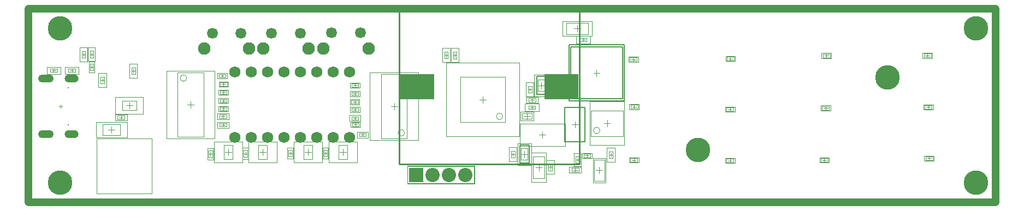
<source format=gbs>
G04*
G04 #@! TF.GenerationSoftware,Altium Limited,CircuitMaker,2.3.0 (2.3.0.3)*
G04*
G04 Layer_Color=8150272*
%FSLAX24Y24*%
%MOIN*%
G70*
G04*
G04 #@! TF.SameCoordinates,AA7B8D70-0D3E-4CF3-8BE1-7DC49EC747D3*
G04*
G04*
G04 #@! TF.FilePolarity,Negative*
G04*
G01*
G75*
%ADD11C,0.0039*%
%ADD13C,0.0100*%
%ADD14C,0.0050*%
%ADD15C,0.0079*%
%ADD16C,0.0059*%
%ADD18C,0.0472*%
%ADD19C,0.0020*%
%ADD89R,0.0867X0.0867*%
%ADD90C,0.0867*%
%ADD91C,0.0680*%
%ADD92C,0.1497*%
%ADD93C,0.0080*%
G04:AMPARAMS|DCode=94|XSize=47.4mil|YSize=94.6mil|CornerRadius=23.7mil|HoleSize=0mil|Usage=FLASHONLY|Rotation=270.000|XOffset=0mil|YOffset=0mil|HoleType=Round|Shape=RoundedRectangle|*
%AMROUNDEDRECTD94*
21,1,0.0474,0.0472,0,0,270.0*
21,1,0.0000,0.0946,0,0,270.0*
1,1,0.0474,-0.0236,0.0000*
1,1,0.0474,-0.0236,0.0000*
1,1,0.0474,0.0236,0.0000*
1,1,0.0474,0.0236,0.0000*
%
%ADD94ROUNDEDRECTD94*%
G04:AMPARAMS|DCode=95|XSize=47.4mil|YSize=86.7mil|CornerRadius=23.7mil|HoleSize=0mil|Usage=FLASHONLY|Rotation=270.000|XOffset=0mil|YOffset=0mil|HoleType=Round|Shape=RoundedRectangle|*
%AMROUNDEDRECTD95*
21,1,0.0474,0.0394,0,0,270.0*
21,1,0.0000,0.0867,0,0,270.0*
1,1,0.0474,-0.0197,0.0000*
1,1,0.0474,-0.0197,0.0000*
1,1,0.0474,0.0197,0.0000*
1,1,0.0474,0.0197,0.0000*
%
%ADD95ROUNDEDRECTD95*%
%ADD96C,0.0663*%
%ADD97C,0.0763*%
%ADD115R,0.2080X0.1580*%
D11*
X4197Y3888D02*
X7544D01*
Y542D02*
Y3888D01*
X4197Y542D02*
X7544D01*
X4197D02*
Y3888D01*
X34911Y4383D02*
G03*
X34911Y4383I-197J0D01*
G01*
X28980Y5249D02*
G03*
X28980Y5249I-197J0D01*
G01*
X22981Y4244D02*
G03*
X22981Y4244I-197J0D01*
G01*
X9686Y7586D02*
G03*
X9686Y7586I-197J0D01*
G01*
X4434Y7248D02*
X4651D01*
X4434Y7661D02*
X4651D01*
X4434Y7248D02*
Y7661D01*
X4651Y7248D02*
Y7661D01*
X36329Y4029D02*
Y5608D01*
X34360Y4029D02*
Y5608D01*
X36329D01*
X34360Y4029D02*
X36329D01*
X19736Y6027D02*
Y6243D01*
X20150Y6027D02*
Y6243D01*
X19736D02*
X20150D01*
X19736Y6027D02*
X20150D01*
X5747Y5628D02*
Y6199D01*
X6613Y5628D02*
Y6199D01*
X5747D02*
X6613D01*
X5747Y5628D02*
X6613D01*
X14065Y2633D02*
Y3499D01*
X14596Y2633D02*
Y3499D01*
X14065D02*
X14596D01*
X14065Y2633D02*
X14596D01*
X27237Y1147D02*
Y2210D01*
X23174D02*
X27237D01*
X23174Y1147D02*
Y2210D01*
Y1147D02*
X27237D01*
X29137Y4894D02*
Y7650D01*
X26381Y4894D02*
Y7650D01*
Y4894D02*
X29137D01*
X26381Y7650D02*
X29137D01*
X1367Y7947D02*
X1780D01*
X1367Y8163D02*
X1780D01*
Y7947D02*
Y8163D01*
X1367Y7947D02*
Y8163D01*
X2469Y8163D02*
X2882D01*
X2469Y7947D02*
X2882D01*
X2469D02*
Y8163D01*
X2882Y7947D02*
Y8163D01*
X19759Y5027D02*
X20172D01*
X19759Y5243D02*
X20172D01*
Y5027D02*
Y5243D01*
X19759Y5027D02*
Y5243D01*
X20219Y4012D02*
X20632D01*
X20219Y4228D02*
X20632D01*
Y4012D02*
Y4228D01*
X20219Y4012D02*
Y4228D01*
X18264Y2781D02*
Y3194D01*
X18047Y2781D02*
Y3194D01*
X18264D01*
X18047Y2781D02*
X18264D01*
X16125Y2794D02*
Y3208D01*
X15908Y2794D02*
Y3208D01*
X16125D01*
X15908Y2794D02*
X16125D01*
X13390Y2772D02*
Y3185D01*
X13173Y2772D02*
Y3185D01*
X13390D01*
X13173Y2772D02*
X13390D01*
X11246Y2739D02*
Y3153D01*
X11029Y2739D02*
Y3153D01*
X11246D01*
X11029Y2739D02*
X11246D01*
X18952Y2630D02*
X19483D01*
X18952Y3496D02*
X19483D01*
Y2630D02*
Y3496D01*
X18952Y2630D02*
Y3496D01*
X16828Y2627D02*
X17359D01*
X16828Y3493D02*
X17359D01*
Y2627D02*
Y3493D01*
X16828Y2627D02*
Y3493D01*
X11963Y2629D02*
X12494D01*
X11963Y3495D02*
X12494D01*
Y2629D02*
Y3495D01*
X11963Y2629D02*
Y3495D01*
X11697Y5353D02*
X12111D01*
X11697Y5137D02*
X12111D01*
X11697D02*
Y5353D01*
X12111Y5137D02*
Y5353D01*
X11702Y4829D02*
X12116D01*
X11702Y4612D02*
X12116D01*
X11702D02*
Y4829D01*
X12116Y4612D02*
Y4829D01*
X21563Y7827D02*
X23138D01*
X21563Y3890D02*
X23138D01*
X21563D02*
Y7827D01*
X23138Y3890D02*
Y7827D01*
X9134Y4004D02*
X10709D01*
X9134Y7941D02*
X10709D01*
Y4004D02*
Y7941D01*
X9134Y4004D02*
Y7941D01*
X29492Y2718D02*
Y3131D01*
X29709Y2718D02*
Y3131D01*
X29492Y2718D02*
X29709D01*
X29492Y3131D02*
X29709D01*
X30104Y3289D02*
X30497D01*
X30104Y2580D02*
X30497D01*
Y3289D01*
X30104Y2580D02*
Y3289D01*
X31767Y2352D02*
X31984D01*
X31767Y1938D02*
X31984D01*
Y2352D01*
X31767Y1938D02*
Y2352D01*
X30821Y1456D02*
Y2794D01*
X31530Y1456D02*
Y2794D01*
X30821Y1456D02*
X31530D01*
X30821Y2794D02*
X31530D01*
X33612Y1857D02*
Y2093D01*
X33179Y1857D02*
Y2093D01*
Y1857D02*
X33612D01*
X33179Y2093D02*
X33612D01*
X36767Y2452D02*
X37200D01*
X36767Y2688D02*
X37200D01*
Y2452D02*
Y2688D01*
X36767Y2452D02*
Y2688D01*
X33437Y2388D02*
X33654D01*
X33437Y2802D02*
X33654D01*
X33437Y2388D02*
Y2802D01*
X33654Y2388D02*
Y2802D01*
X33909Y2737D02*
Y2953D01*
X34322Y2737D02*
Y2953D01*
X33909D02*
X34322D01*
X33909Y2737D02*
X34322D01*
X34545Y1311D02*
X35195D01*
X34545Y2591D02*
X35195D01*
X34545Y1311D02*
Y2591D01*
X35195Y1311D02*
Y2591D01*
X35467Y2687D02*
X35684D01*
X35467Y3101D02*
X35684D01*
X35467Y2687D02*
Y3101D01*
X35684Y2687D02*
Y3101D01*
X32866Y10969D02*
X34205D01*
X32866Y10261D02*
X34205D01*
X32866D02*
Y10969D01*
X34205Y10261D02*
Y10969D01*
X36784Y5712D02*
X37218D01*
X36784Y5948D02*
X37218D01*
Y5712D02*
Y5948D01*
X36784Y5712D02*
Y5948D01*
X36739Y8617D02*
X37172D01*
X36739Y8853D02*
X37172D01*
Y8617D02*
Y8853D01*
X36739Y8617D02*
Y8853D01*
X42654Y8652D02*
X43088D01*
X42654Y8888D02*
X43088D01*
Y8652D02*
Y8888D01*
X42654Y8652D02*
Y8888D01*
X42632Y2426D02*
X43065D01*
X42632Y2662D02*
X43065D01*
Y2426D02*
Y2662D01*
X42632Y2426D02*
Y2662D01*
X42637Y5557D02*
Y5793D01*
X43070Y5557D02*
Y5793D01*
X42637D02*
X43070D01*
X42637Y5557D02*
X43070D01*
X48474Y5642D02*
X48907D01*
X48474Y5878D02*
X48907D01*
Y5642D02*
Y5878D01*
X48474Y5642D02*
Y5878D01*
X48512Y8837D02*
X48945D01*
X48512Y9073D02*
X48945D01*
Y8837D02*
Y9073D01*
X48512Y8837D02*
Y9073D01*
X48389Y2457D02*
X48822D01*
X48389Y2693D02*
X48822D01*
Y2457D02*
Y2693D01*
X48389Y2457D02*
Y2693D01*
X54779Y2567D02*
Y2803D01*
X55212Y2567D02*
Y2803D01*
X54779D02*
X55212D01*
X54779Y2567D02*
X55212D01*
X54737Y5697D02*
Y5933D01*
X55170Y5697D02*
Y5933D01*
X54737D02*
X55170D01*
X54737Y5697D02*
X55170D01*
X54677Y8847D02*
X55110D01*
X54677Y9083D02*
X55110D01*
Y8847D02*
Y9083D01*
X54677Y8847D02*
Y9083D01*
X34106Y9815D02*
Y10032D01*
X33692Y9815D02*
Y10032D01*
Y9815D02*
X34106D01*
X33692Y10032D02*
X34106D01*
X25957Y9192D02*
X26174D01*
X25957Y8778D02*
X26174D01*
Y9192D01*
X25957Y8778D02*
Y9192D01*
X12138Y6605D02*
Y6822D01*
X11725Y6605D02*
Y6822D01*
Y6605D02*
X12138D01*
X11725Y6822D02*
X12138D01*
X12147Y7105D02*
Y7322D01*
X11734Y7105D02*
Y7322D01*
Y7105D02*
X12147D01*
X11734Y7322D02*
X12147D01*
X12125Y5607D02*
Y5823D01*
X11711Y5607D02*
Y5823D01*
Y5607D02*
X12125D01*
X11711Y5823D02*
X12125D01*
X12127Y6094D02*
Y6311D01*
X11714Y6094D02*
Y6311D01*
Y6094D02*
X12127D01*
X11714Y6311D02*
X12127D01*
X12063Y7625D02*
Y7842D01*
X11649Y7625D02*
Y7842D01*
Y7625D02*
X12063D01*
X11649Y7842D02*
X12063D01*
X30759Y5086D02*
Y5417D01*
X30153Y5086D02*
Y5417D01*
Y5086D02*
X30759D01*
X30153Y5417D02*
X30759D01*
X19749Y6517D02*
Y6733D01*
X20162Y6517D02*
Y6733D01*
X19749D02*
X20162D01*
X19749Y6517D02*
X20162D01*
X19747Y5557D02*
Y5773D01*
X20160Y5557D02*
Y5773D01*
X19747D02*
X20160D01*
X19747Y5557D02*
X20160D01*
X5904Y5057D02*
Y5293D01*
X5471Y5057D02*
Y5293D01*
Y5057D02*
X5904D01*
X5471Y5293D02*
X5904D01*
X3777Y8831D02*
X3994D01*
X3777Y9245D02*
X3994D01*
X3777Y8831D02*
Y9245D01*
X3994Y8831D02*
Y9245D01*
X30562Y6361D02*
X30976D01*
X30562Y6144D02*
X30976D01*
X30562D02*
Y6361D01*
X30976Y6144D02*
Y6361D01*
X3778Y8058D02*
Y8472D01*
X3994Y8058D02*
Y8472D01*
X3778Y8058D02*
X3994D01*
X3778Y8472D02*
X3994D01*
X19761Y7040D02*
Y7257D01*
X20174Y7040D02*
Y7257D01*
X19761D02*
X20174D01*
X19761Y7040D02*
X20174D01*
X30747Y6696D02*
Y7109D01*
X30531Y6696D02*
Y7109D01*
X30747D01*
X30531Y6696D02*
X30747D01*
X6542Y7820D02*
Y8233D01*
X6326Y7820D02*
Y8233D01*
X6542D01*
X6326Y7820D02*
X6542D01*
X3287Y8828D02*
X3504D01*
X3287Y9242D02*
X3504D01*
X3287Y8828D02*
Y9242D01*
X3504Y8828D02*
Y9242D01*
X31122Y6784D02*
X31516D01*
X31122Y7492D02*
X31516D01*
X31122Y6784D02*
Y7492D01*
X31516Y6784D02*
Y7492D01*
X19779Y4642D02*
Y4858D01*
X20192Y4642D02*
Y4858D01*
X19779D02*
X20192D01*
X19779Y4642D02*
X20192D01*
X25634Y8779D02*
Y9193D01*
X25417Y8779D02*
Y9193D01*
X25634D01*
X25417Y8779D02*
X25634D01*
X30561Y5694D02*
X30975D01*
X30561Y5911D02*
X30975D01*
Y5694D02*
Y5911D01*
X30561Y5694D02*
Y5911D01*
X4569Y4090D02*
X5632D01*
X4569Y4760D02*
X5632D01*
Y4090D02*
Y4760D01*
X4569Y4090D02*
Y4760D01*
X4542Y7346D02*
Y7563D01*
X4434Y7455D02*
X4651D01*
X35147Y4818D02*
X35541D01*
X35344Y4621D02*
Y5015D01*
X19835Y6135D02*
X20051D01*
X19943Y6027D02*
Y6243D01*
X5983Y5913D02*
X6377D01*
X6180Y5717D02*
Y6110D01*
X14134Y3066D02*
X14528D01*
X14331Y2869D02*
Y3263D01*
X23154Y1127D02*
X27249D01*
Y2229D01*
X23154D02*
X27249D01*
X23154Y1127D02*
Y2229D01*
X27562Y6272D02*
X27956D01*
X27759Y6075D02*
Y6469D01*
X1573Y7947D02*
Y8163D01*
X1465Y8055D02*
X1681D01*
X2676Y7947D02*
Y8163D01*
X2567Y8055D02*
X2784D01*
X19965Y5027D02*
Y5243D01*
X19857Y5135D02*
X20074D01*
X20426Y4012D02*
Y4228D01*
X20317Y4120D02*
X20534D01*
X18047Y2987D02*
X18264D01*
X18155Y2879D02*
Y3095D01*
X15908Y3001D02*
X16125D01*
X16017Y2893D02*
Y3109D01*
X13173Y2978D02*
X13390D01*
X13281Y2870D02*
Y3087D01*
X11029Y2946D02*
X11246D01*
X11138Y2838D02*
Y3054D01*
X19218Y2866D02*
Y3260D01*
X19021Y3063D02*
X19414D01*
X17093Y2863D02*
Y3257D01*
X16897Y3060D02*
X17290D01*
X12228Y2865D02*
Y3259D01*
X12032Y3062D02*
X12425D01*
X11904Y5137D02*
Y5353D01*
X11796Y5245D02*
X12012D01*
X11909Y4612D02*
Y4829D01*
X11801Y4720D02*
X12017D01*
X22351Y5661D02*
Y6055D01*
X22154Y5858D02*
X22548D01*
X20874Y7925D02*
X23827D01*
X20874Y3791D02*
X23827D01*
X20874D02*
Y7925D01*
X23827Y3791D02*
Y7925D01*
X9922Y5775D02*
Y6169D01*
X9725Y5972D02*
X10119D01*
X8445Y3905D02*
X11398D01*
X8445Y8039D02*
X11398D01*
Y3905D02*
Y8039D01*
X8445Y3905D02*
Y8039D01*
X29492Y2925D02*
X29709D01*
X29600Y2816D02*
Y3033D01*
X30300Y2738D02*
Y3131D01*
X30104Y2935D02*
X30497D01*
X31876Y2037D02*
Y2253D01*
X31767Y2145D02*
X31984D01*
X30979Y2125D02*
X31373D01*
X31176Y1928D02*
Y2322D01*
X33278Y1975D02*
X33514D01*
X33396Y1857D02*
Y2093D01*
X36983Y2452D02*
Y2688D01*
X36865Y2570D02*
X37101D01*
X33546Y2487D02*
Y2703D01*
X33437Y2595D02*
X33654D01*
X34007Y2845D02*
X34224D01*
X34116Y2737D02*
Y2953D01*
X34870Y1754D02*
Y2148D01*
X34673Y1951D02*
X35067D01*
X35576Y2786D02*
Y3002D01*
X35467Y2894D02*
X35684D01*
X33189Y4745D02*
X33583D01*
X33386Y4548D02*
Y4942D01*
X33536Y10418D02*
Y10812D01*
X33339Y10615D02*
X33733D01*
X37001Y5712D02*
Y5948D01*
X36883Y5830D02*
X37119D01*
X36956Y8617D02*
Y8853D01*
X36838Y8735D02*
X37074D01*
X42871Y8652D02*
Y8888D01*
X42753Y8770D02*
X42989D01*
X42849Y2426D02*
Y2662D01*
X42731Y2544D02*
X42967D01*
X42735Y5675D02*
X42972D01*
X42853Y5557D02*
Y5793D01*
X48690Y5642D02*
Y5878D01*
X48572Y5760D02*
X48809D01*
X48728Y8837D02*
Y9073D01*
X48610Y8955D02*
X48846D01*
X48606Y2457D02*
Y2693D01*
X48488Y2575D02*
X48724D01*
X54878Y2685D02*
X55114D01*
X54996Y2567D02*
Y2803D01*
X54835Y5815D02*
X55072D01*
X54953Y5697D02*
Y5933D01*
X54893Y8847D02*
Y9083D01*
X54775Y8965D02*
X55012D01*
X33791Y9923D02*
X34007D01*
X33899Y9815D02*
Y10032D01*
X34509Y7905D02*
X34903D01*
X34706Y7708D02*
Y8102D01*
X26066Y8877D02*
Y9093D01*
X25957Y8985D02*
X26174D01*
X11823Y6713D02*
X12040D01*
X11932Y6605D02*
Y6822D01*
X11832Y7213D02*
X12049D01*
X11940Y7105D02*
Y7322D01*
X11810Y5715D02*
X12026D01*
X11918Y5607D02*
Y5823D01*
X11812Y6203D02*
X12029D01*
X11921Y6094D02*
Y6311D01*
X11748Y7734D02*
X11964D01*
X11856Y7625D02*
Y7842D01*
X30259Y5252D02*
X30653D01*
X30456Y5055D02*
Y5448D01*
X19847Y6625D02*
X20063D01*
X19955Y6517D02*
Y6733D01*
X19845Y5665D02*
X20062D01*
X19953Y5557D02*
Y5773D01*
X5570Y5175D02*
X5806D01*
X5688Y5057D02*
Y5293D01*
X3886Y8930D02*
Y9146D01*
X3777Y9038D02*
X3994D01*
X30769Y6144D02*
Y6361D01*
X30661Y6252D02*
X30877D01*
X3778Y8265D02*
X3994D01*
X3886Y8157D02*
Y8373D01*
X19859Y7149D02*
X20076D01*
X19968Y7040D02*
Y7257D01*
X30531Y6902D02*
X30747D01*
X30639Y6794D02*
Y7011D01*
X6326Y8027D02*
X6542D01*
X6434Y7918D02*
Y8135D01*
X3396Y8927D02*
Y9143D01*
X3287Y9035D02*
X3504D01*
X31319Y6941D02*
Y7335D01*
X31122Y7138D02*
X31516D01*
X19877Y4750D02*
X20094D01*
X19985Y4642D02*
Y4858D01*
X25417Y8986D02*
X25634D01*
X25526Y8878D02*
Y9094D01*
X30768Y5694D02*
Y5911D01*
X30660Y5802D02*
X30876D01*
X5100Y4228D02*
Y4622D01*
X4904Y4425D02*
X5297D01*
D13*
X22646Y2329D02*
X33669D01*
X22646D02*
Y11778D01*
X33669Y2329D02*
Y11778D01*
X22646D02*
X33669D01*
D14*
X33131Y6330D02*
Y9480D01*
X36281Y6330D02*
Y9480D01*
X33131Y6330D02*
X36281D01*
X33131Y9480D02*
X36281D01*
X33033Y6192D02*
X36379D01*
X33033Y9618D02*
X36379D01*
X33033Y6192D02*
Y9618D01*
X36379Y6192D02*
Y9618D01*
D15*
X32772Y3695D02*
X34000D01*
Y5795D01*
X32772D02*
X34000D01*
X32772Y3695D02*
Y5795D01*
D16*
X30576Y2385D02*
Y3485D01*
X30025Y2385D02*
X30576D01*
X30025D02*
Y3485D01*
X30576D01*
X31044Y6588D02*
Y7688D01*
X31595D01*
Y6588D02*
Y7688D01*
X31044Y6588D02*
X31595D01*
D18*
X59066Y5D02*
Y11825D01*
X16Y5D02*
X59066D01*
X16Y11825D02*
X59066D01*
X16Y5D02*
Y11825D01*
D19*
X4306Y7022D02*
X4779D01*
X4306Y7888D02*
X4779D01*
X4306Y7022D02*
Y7888D01*
X4779Y7022D02*
Y7888D01*
X36388Y3480D02*
Y6157D01*
X34301Y3480D02*
Y6157D01*
X36388D01*
X34301Y3480D02*
X36388D01*
X19648Y5977D02*
Y6292D01*
X20238Y5977D02*
Y6292D01*
X19648D02*
X20238D01*
X19648Y5977D02*
X20238D01*
X5334Y5402D02*
Y6425D01*
X7027Y5402D02*
Y6425D01*
X5334D02*
X7027D01*
X5334Y5402D02*
X7027D01*
X13465Y2436D02*
Y3696D01*
X15197Y2436D02*
Y3696D01*
X13465D02*
X15197D01*
X13465Y2436D02*
X15197D01*
X30003Y4028D02*
Y8516D01*
X25515Y4028D02*
Y8516D01*
Y4028D02*
X30003D01*
X25515Y8516D02*
X30003D01*
X1160Y7838D02*
X1987D01*
X1160Y8271D02*
X1987D01*
Y7838D02*
Y8271D01*
X1160Y7838D02*
Y8271D01*
X2262Y8271D02*
X3089D01*
X2262Y7838D02*
X3089D01*
X2262D02*
Y8271D01*
X3089Y7838D02*
Y8271D01*
X19623Y4958D02*
X20307D01*
X19623Y5312D02*
X20307D01*
Y4958D02*
Y5312D01*
X19623Y4958D02*
Y5312D01*
X20084Y3943D02*
X20768D01*
X20084Y4297D02*
X20768D01*
Y3943D02*
Y4297D01*
X20084Y3943D02*
Y4297D01*
X18333Y2645D02*
Y3329D01*
X17978Y2645D02*
Y3329D01*
X18333D01*
X17978Y2645D02*
X18333D01*
X16194Y2659D02*
Y3343D01*
X15840Y2659D02*
Y3343D01*
X16194D01*
X15840Y2659D02*
X16194D01*
X13459Y2637D02*
Y3320D01*
X13104Y2637D02*
Y3320D01*
X13459D01*
X13104Y2637D02*
X13459D01*
X11315Y2604D02*
Y3288D01*
X10961Y2604D02*
Y3288D01*
X11315D01*
X10961Y2604D02*
X11315D01*
X18351Y2433D02*
X20084D01*
X18351Y3693D02*
X20084D01*
Y2433D02*
Y3693D01*
X18351Y2433D02*
Y3693D01*
X16227Y2430D02*
X17960D01*
X16227Y3690D02*
X17960D01*
Y2430D02*
Y3690D01*
X16227Y2430D02*
Y3690D01*
X11362Y2432D02*
X13094D01*
X11362Y3692D02*
X13094D01*
Y2432D02*
Y3692D01*
X11362Y2432D02*
Y3692D01*
X11562Y5422D02*
X12246D01*
X11562Y5068D02*
X12246D01*
X11562D02*
Y5422D01*
X12246Y5068D02*
Y5422D01*
X11567Y4897D02*
X12251D01*
X11567Y4543D02*
X12251D01*
X11567D02*
Y4897D01*
X12251Y4543D02*
Y4897D01*
X31201Y4113D02*
X31595D01*
X31398Y3916D02*
Y4310D01*
X32776Y3444D02*
Y4782D01*
X30020D02*
X32776D01*
X30020Y3444D02*
Y4782D01*
Y3444D02*
X32776D01*
X29364Y2492D02*
Y3358D01*
X29837Y2492D02*
Y3358D01*
X29364Y2492D02*
X29837D01*
X29364Y3358D02*
X29837D01*
X29887Y3604D02*
X30714D01*
X29887Y2265D02*
X30714D01*
Y3604D01*
X29887Y2265D02*
Y3604D01*
X31640Y2578D02*
X32112D01*
X31640Y1712D02*
X32112D01*
Y2578D01*
X31640Y1712D02*
Y2578D01*
X30723Y1219D02*
Y3030D01*
X31628Y1219D02*
Y3030D01*
X30723Y1219D02*
X31628D01*
X30723Y3030D02*
X31628D01*
X33750Y1798D02*
Y2152D01*
X33041Y1798D02*
Y2152D01*
Y1798D02*
X33750D01*
X33041Y2152D02*
X33750D01*
X36688Y2412D02*
X37279D01*
X36688Y2727D02*
X37279D01*
Y2412D02*
Y2727D01*
X36688Y2412D02*
Y2727D01*
X33329Y2182D02*
X33762D01*
X33329Y3008D02*
X33762D01*
X33329Y2182D02*
Y3008D01*
X33762Y2182D02*
Y3008D01*
X33820Y2687D02*
Y3002D01*
X34411Y2687D02*
Y3002D01*
X33820D02*
X34411D01*
X33820Y2687D02*
X34411D01*
X34496Y1203D02*
X35244D01*
X34496Y2699D02*
X35244D01*
X34496Y1203D02*
Y2699D01*
X35244Y1203D02*
Y2699D01*
X35340Y2461D02*
X35812D01*
X35340Y3327D02*
X35812D01*
X35340Y2461D02*
Y3327D01*
X35812Y2461D02*
Y3327D01*
X32630Y11068D02*
X34441D01*
X32630Y10162D02*
X34441D01*
X32630D02*
Y11068D01*
X34441Y10162D02*
Y11068D01*
X36706Y5672D02*
X37296D01*
X36706Y5987D02*
X37296D01*
Y5672D02*
Y5987D01*
X36706Y5672D02*
Y5987D01*
X36660Y8577D02*
X37251D01*
X36660Y8892D02*
X37251D01*
Y8577D02*
Y8892D01*
X36660Y8577D02*
Y8892D01*
X42576Y8612D02*
X43166D01*
X42576Y8927D02*
X43166D01*
Y8612D02*
Y8927D01*
X42576Y8612D02*
Y8927D01*
X42553Y2387D02*
X43144D01*
X42553Y2702D02*
X43144D01*
Y2387D02*
Y2702D01*
X42553Y2387D02*
Y2702D01*
X42558Y5517D02*
Y5832D01*
X43149Y5517D02*
Y5832D01*
X42558D02*
X43149D01*
X42558Y5517D02*
X43149D01*
X48395Y5602D02*
X48986D01*
X48395Y5917D02*
X48986D01*
Y5602D02*
Y5917D01*
X48395Y5602D02*
Y5917D01*
X48433Y8797D02*
X49023D01*
X48433Y9112D02*
X49023D01*
Y8797D02*
Y9112D01*
X48433Y8797D02*
Y9112D01*
X48310Y2417D02*
X48901D01*
X48310Y2732D02*
X48901D01*
Y2417D02*
Y2732D01*
X48310Y2417D02*
Y2732D01*
X54700Y2527D02*
Y2842D01*
X55291Y2527D02*
Y2842D01*
X54700D02*
X55291D01*
X54700Y2527D02*
X55291D01*
X54658Y5657D02*
Y5972D01*
X55249Y5657D02*
Y5972D01*
X54658D02*
X55249D01*
X54658Y5657D02*
X55249D01*
X54598Y8807D02*
X55189D01*
X54598Y9122D02*
X55189D01*
Y8807D02*
Y9122D01*
X54598Y8807D02*
Y9122D01*
X34332Y9687D02*
Y10160D01*
X33466Y9687D02*
Y10160D01*
Y9687D02*
X34332D01*
X33466Y10160D02*
X34332D01*
X25830Y9418D02*
X26302D01*
X25830Y8552D02*
X26302D01*
Y9418D01*
X25830Y8552D02*
Y9418D01*
X12227Y6556D02*
Y6871D01*
X11636Y6556D02*
Y6871D01*
Y6556D02*
X12227D01*
X11636Y6871D02*
X12227D01*
X12236Y7056D02*
Y7371D01*
X11645Y7056D02*
Y7371D01*
Y7056D02*
X12236D01*
X11645Y7371D02*
X12236D01*
X12213Y5557D02*
Y5872D01*
X11623Y5557D02*
Y5872D01*
Y5557D02*
X12213D01*
X11623Y5872D02*
X12213D01*
X12216Y6045D02*
Y6360D01*
X11625Y6045D02*
Y6360D01*
Y6045D02*
X12216D01*
X11625Y6360D02*
X12216D01*
X12151Y7576D02*
Y7891D01*
X11561Y7576D02*
Y7891D01*
Y7576D02*
X12151D01*
X11561Y7891D02*
X12151D01*
X30860Y4986D02*
Y5517D01*
X30052Y4986D02*
Y5517D01*
Y4986D02*
X30860D01*
X30052Y5517D02*
X30860D01*
X19660Y6467D02*
Y6782D01*
X20250Y6467D02*
Y6782D01*
X19660D02*
X20250D01*
X19660Y6467D02*
X20250D01*
X19658Y5507D02*
Y5822D01*
X20249Y5507D02*
Y5822D01*
X19658D02*
X20249D01*
X19658Y5507D02*
X20249D01*
X6042Y4998D02*
Y5352D01*
X5333Y4998D02*
Y5352D01*
Y4998D02*
X6042D01*
X5333Y5352D02*
X6042D01*
X3669Y8625D02*
X4102D01*
X3669Y9451D02*
X4102D01*
X3669Y8625D02*
Y9451D01*
X4102Y8625D02*
Y9451D01*
X30427Y6429D02*
X31111D01*
X30427Y6075D02*
X31111D01*
X30427D02*
Y6429D01*
X31111Y6075D02*
Y6429D01*
X3709Y7923D02*
Y8607D01*
X4063Y7923D02*
Y8607D01*
X3709Y7923D02*
X4063D01*
X3709Y8607D02*
X4063D01*
X19672Y6991D02*
Y7306D01*
X20263Y6991D02*
Y7306D01*
X19672D02*
X20263D01*
X19672Y6991D02*
X20263D01*
X30875Y6469D02*
Y7335D01*
X30403Y6469D02*
Y7335D01*
X30875D01*
X30403Y6469D02*
X30875D01*
X6670Y7594D02*
Y8460D01*
X6198Y7594D02*
Y8460D01*
X6670D01*
X6198Y7594D02*
X6670D01*
X3160Y8602D02*
X3632D01*
X3160Y9468D02*
X3632D01*
X3160Y8602D02*
Y9468D01*
X3632Y8602D02*
Y9468D01*
X30906Y6469D02*
X31733D01*
X30906Y7807D02*
X31733D01*
X30906Y6469D02*
Y7807D01*
X31733Y6469D02*
Y7807D01*
X19690Y4593D02*
Y4907D01*
X20281Y4593D02*
Y4907D01*
X19690D02*
X20281D01*
X19690Y4593D02*
X20281D01*
X25762Y8553D02*
Y9419D01*
X25290Y8553D02*
Y9419D01*
X25762D01*
X25290Y8553D02*
X25762D01*
X30335Y5566D02*
X31201D01*
X30335Y6039D02*
X31201D01*
Y5566D02*
Y6039D01*
X30335Y5566D02*
Y6039D01*
X4156Y3952D02*
X6045D01*
X4156Y4897D02*
X6045D01*
Y3952D02*
Y4897D01*
X4156Y3952D02*
Y4897D01*
X1902Y5868D02*
X2099D01*
X2001Y5769D02*
Y5966D01*
D89*
X23705Y1678D02*
D03*
D90*
X24705D02*
D03*
X25705D02*
D03*
X26705D02*
D03*
D91*
X12616Y3965D02*
D03*
X13616D02*
D03*
X14616D02*
D03*
X15616D02*
D03*
X16616D02*
D03*
X17616D02*
D03*
X18616D02*
D03*
X19616D02*
D03*
Y7965D02*
D03*
X18616D02*
D03*
X17616D02*
D03*
X16616D02*
D03*
X12616D02*
D03*
X13616D02*
D03*
X14616D02*
D03*
X15616D02*
D03*
D92*
X52449Y7622D02*
D03*
X40892Y3187D02*
D03*
X57866Y1186D02*
D03*
Y10635D02*
D03*
X1960Y1186D02*
D03*
Y10635D02*
D03*
D93*
X2464Y7009D02*
D03*
Y4726D02*
D03*
D94*
X1086Y4165D02*
D03*
Y7570D02*
D03*
D95*
X2661D02*
D03*
Y4165D02*
D03*
D96*
X11246Y10335D02*
D03*
X13006D02*
D03*
X14856D02*
D03*
X16616D02*
D03*
X18536Y10345D02*
D03*
X20296D02*
D03*
D97*
X10746Y9385D02*
D03*
X13506D02*
D03*
X14356D02*
D03*
X17116D02*
D03*
X18036Y9395D02*
D03*
X20796D02*
D03*
D115*
X32557Y7053D02*
D03*
X23757D02*
D03*
M02*

</source>
